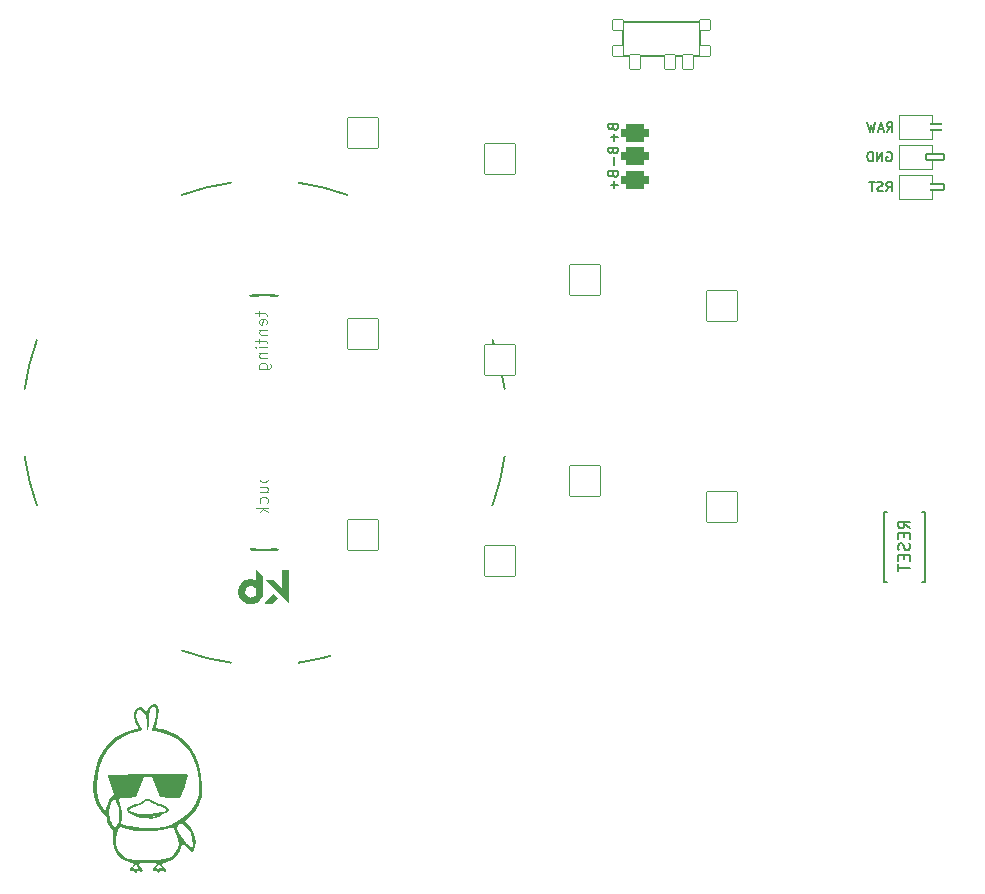
<source format=gbo>
%TF.GenerationSoftware,KiCad,Pcbnew,(6.0.4-0)*%
%TF.CreationDate,2022-05-24T13:00:26+02:00*%
%TF.ProjectId,battoota,62617474-6f6f-4746-912e-6b696361645f,v1.0.0*%
%TF.SameCoordinates,Original*%
%TF.FileFunction,Legend,Bot*%
%TF.FilePolarity,Positive*%
%FSLAX46Y46*%
G04 Gerber Fmt 4.6, Leading zero omitted, Abs format (unit mm)*
G04 Created by KiCad (PCBNEW (6.0.4-0)) date 2022-05-24 13:00:26*
%MOMM*%
%LPD*%
G01*
G04 APERTURE LIST*
G04 Aperture macros list*
%AMRoundRect*
0 Rectangle with rounded corners*
0 $1 Rounding radius*
0 $2 $3 $4 $5 $6 $7 $8 $9 X,Y pos of 4 corners*
0 Add a 4 corners polygon primitive as box body*
4,1,4,$2,$3,$4,$5,$6,$7,$8,$9,$2,$3,0*
0 Add four circle primitives for the rounded corners*
1,1,$1+$1,$2,$3*
1,1,$1+$1,$4,$5*
1,1,$1+$1,$6,$7*
1,1,$1+$1,$8,$9*
0 Add four rect primitives between the rounded corners*
20,1,$1+$1,$2,$3,$4,$5,0*
20,1,$1+$1,$4,$5,$6,$7,0*
20,1,$1+$1,$6,$7,$8,$9,0*
20,1,$1+$1,$8,$9,$2,$3,0*%
%AMFreePoly0*
4,1,16,0.685355,0.785355,0.700000,0.750000,0.691603,0.722265,0.210093,0.000000,0.691603,-0.722265,0.699029,-0.759806,0.677735,-0.791603,0.650000,-0.800000,-0.500000,-0.800000,-0.535355,-0.785355,-0.550000,-0.750000,-0.550000,0.750000,-0.535355,0.785355,-0.500000,0.800000,0.650000,0.800000,0.685355,0.785355,0.685355,0.785355,$1*%
%AMFreePoly1*
4,1,16,0.535355,0.785355,0.550000,0.750000,0.550000,-0.750000,0.535355,-0.785355,0.500000,-0.800000,-0.500000,-0.800000,-0.535355,-0.785355,-0.541603,-0.777735,-1.041603,-0.027735,-1.049029,0.009806,-1.041603,0.027735,-0.541603,0.777735,-0.509806,0.799029,-0.500000,0.800000,0.500000,0.800000,0.535355,0.785355,0.535355,0.785355,$1*%
G04 Aperture macros list end*
%ADD10C,0.150000*%
%ADD11C,0.100000*%
%ADD12C,0.120000*%
%ADD13C,0.200000*%
%ADD14C,0.010000*%
%ADD15RoundRect,0.375000X-0.750000X0.375000X-0.750000X-0.375000X0.750000X-0.375000X0.750000X0.375000X0*%
%ADD16C,1.752600*%
%ADD17RoundRect,0.425000X-0.750000X0.375000X-0.750000X-0.375000X0.750000X-0.375000X0.750000X0.375000X0*%
%ADD18RoundRect,0.050000X-0.450000X-0.450000X0.450000X-0.450000X0.450000X0.450000X-0.450000X0.450000X0*%
%ADD19C,1.100000*%
%ADD20RoundRect,0.050000X-0.450000X-0.625000X0.450000X-0.625000X0.450000X0.625000X-0.450000X0.625000X0*%
%ADD21C,2.100000*%
%ADD22C,3.100000*%
%ADD23C,1.801800*%
%ADD24C,3.529000*%
%ADD25RoundRect,0.050000X-1.054507X-1.505993X1.505993X-1.054507X1.054507X1.505993X-1.505993X1.054507X0*%
%ADD26C,2.132000*%
%ADD27RoundRect,0.050000X-1.181751X-1.408356X1.408356X-1.181751X1.181751X1.408356X-1.408356X1.181751X0*%
%ADD28RoundRect,0.050000X-1.300000X-1.300000X1.300000X-1.300000X1.300000X1.300000X-1.300000X1.300000X0*%
%ADD29RoundRect,0.050000X-1.716367X-0.658851X0.658851X-1.716367X1.716367X0.658851X-0.658851X1.716367X0*%
%ADD30RoundRect,0.050000X-0.863113X-1.623279X1.623279X-0.863113X0.863113X1.623279X-1.623279X0.863113X0*%
%ADD31RoundRect,0.050000X-1.487360X-1.080630X1.080630X-1.487360X1.487360X1.080630X-1.080630X1.487360X0*%
%ADD32C,1.852600*%
%ADD33FreePoly0,180.000000*%
%ADD34RoundRect,0.050000X-0.762000X0.250000X-0.762000X-0.250000X0.762000X-0.250000X0.762000X0.250000X0*%
%ADD35FreePoly1,180.000000*%
%ADD36C,4.500000*%
G04 APERTURE END LIST*
D10*
%TO.C,PAD1*%
X133280033Y109143765D02*
X133318128Y109029479D01*
X133356223Y108991384D01*
X133432414Y108953289D01*
X133546699Y108953289D01*
X133622890Y108991384D01*
X133660985Y109029479D01*
X133699080Y109105670D01*
X133699080Y109410431D01*
X132899080Y109410431D01*
X132899080Y109143765D01*
X132937176Y109067574D01*
X132975271Y109029479D01*
X133051461Y108991384D01*
X133127652Y108991384D01*
X133203842Y109029479D01*
X133241937Y109067574D01*
X133280033Y109143765D01*
X133280033Y109410431D01*
X133394318Y108610431D02*
X133394318Y108000908D01*
X133699080Y108305670D02*
X133089556Y108305670D01*
X133280033Y113143765D02*
X133318128Y113029479D01*
X133356223Y112991384D01*
X133432414Y112953289D01*
X133546699Y112953289D01*
X133622890Y112991384D01*
X133660985Y113029479D01*
X133699080Y113105670D01*
X133699080Y113410431D01*
X132899080Y113410431D01*
X132899080Y113143765D01*
X132937176Y113067574D01*
X132975271Y113029479D01*
X133051461Y112991384D01*
X133127652Y112991384D01*
X133203842Y113029479D01*
X133241937Y113067574D01*
X133280033Y113143765D01*
X133280033Y113410431D01*
X133394318Y112610431D02*
X133394318Y112000908D01*
X133699080Y112305670D02*
X133089556Y112305670D01*
X133280033Y111143765D02*
X133318128Y111029479D01*
X133356223Y110991384D01*
X133432414Y110953289D01*
X133546699Y110953289D01*
X133622890Y110991384D01*
X133660985Y111029479D01*
X133699080Y111105670D01*
X133699080Y111410431D01*
X132899080Y111410431D01*
X132899080Y111143765D01*
X132937176Y111067574D01*
X132975271Y111029479D01*
X133051461Y110991384D01*
X133127652Y110991384D01*
X133203842Y111029479D01*
X133241937Y111067574D01*
X133280033Y111143765D01*
X133280033Y111410431D01*
X133394318Y110610431D02*
X133394318Y110000908D01*
%TO.C,B1*%
X158422171Y79202634D02*
X157945981Y79535968D01*
X158422171Y79774063D02*
X157422171Y79774063D01*
X157422171Y79393111D01*
X157469791Y79297873D01*
X157517410Y79250254D01*
X157612648Y79202634D01*
X157755505Y79202634D01*
X157850743Y79250254D01*
X157898362Y79297873D01*
X157945981Y79393111D01*
X157945981Y79774063D01*
X157898362Y78774063D02*
X157898362Y78440730D01*
X158422171Y78297873D02*
X158422171Y78774063D01*
X157422171Y78774063D01*
X157422171Y78297873D01*
X158374552Y77916920D02*
X158422171Y77774063D01*
X158422171Y77535968D01*
X158374552Y77440730D01*
X158326933Y77393111D01*
X158231695Y77345492D01*
X158136457Y77345492D01*
X158041219Y77393111D01*
X157993600Y77440730D01*
X157945981Y77535968D01*
X157898362Y77726444D01*
X157850743Y77821682D01*
X157803124Y77869301D01*
X157707886Y77916920D01*
X157612648Y77916920D01*
X157517410Y77869301D01*
X157469791Y77821682D01*
X157422171Y77726444D01*
X157422171Y77488349D01*
X157469791Y77345492D01*
X157898362Y76916920D02*
X157898362Y76583587D01*
X158422171Y76440730D02*
X158422171Y76916920D01*
X157422171Y76916920D01*
X157422171Y76440730D01*
X157422171Y76155015D02*
X157422171Y75583587D01*
X158422171Y75869301D02*
X157422171Y75869301D01*
%TO.C,MCU1*%
X156461797Y112786976D02*
X156728464Y113167928D01*
X156918940Y112786976D02*
X156918940Y113586976D01*
X156614178Y113586976D01*
X156537988Y113548881D01*
X156499893Y113510785D01*
X156461797Y113434595D01*
X156461797Y113320309D01*
X156499893Y113244119D01*
X156537988Y113206023D01*
X156614178Y113167928D01*
X156918940Y113167928D01*
X156157036Y113015547D02*
X155776083Y113015547D01*
X156233226Y112786976D02*
X155966559Y113586976D01*
X155699893Y112786976D01*
X155509417Y113586976D02*
X155318940Y112786976D01*
X155166559Y113358404D01*
X155014178Y112786976D01*
X154823702Y113586976D01*
X156424534Y107749408D02*
X156691200Y108130360D01*
X156881677Y107749408D02*
X156881677Y108549408D01*
X156576915Y108549408D01*
X156500724Y108511313D01*
X156462629Y108473217D01*
X156424534Y108397027D01*
X156424534Y108282741D01*
X156462629Y108206551D01*
X156500724Y108168455D01*
X156576915Y108130360D01*
X156881677Y108130360D01*
X156119772Y107787503D02*
X156005486Y107749408D01*
X155815010Y107749408D01*
X155738819Y107787503D01*
X155700724Y107825598D01*
X155662629Y107901789D01*
X155662629Y107977979D01*
X155700724Y108054170D01*
X155738819Y108092265D01*
X155815010Y108130360D01*
X155967391Y108168455D01*
X156043581Y108206551D01*
X156081677Y108244646D01*
X156119772Y108320836D01*
X156119772Y108397027D01*
X156081677Y108473217D01*
X156043581Y108511313D01*
X155967391Y108549408D01*
X155776915Y108549408D01*
X155662629Y108511313D01*
X155434058Y108549408D02*
X154976915Y108549408D01*
X155205486Y107749408D02*
X155205486Y108549408D01*
X156481677Y111051313D02*
X156557868Y111089408D01*
X156672154Y111089408D01*
X156786439Y111051313D01*
X156862630Y110975122D01*
X156900725Y110898932D01*
X156938820Y110746551D01*
X156938820Y110632265D01*
X156900725Y110479884D01*
X156862630Y110403693D01*
X156786439Y110327503D01*
X156672154Y110289408D01*
X156595963Y110289408D01*
X156481677Y110327503D01*
X156443582Y110365598D01*
X156443582Y110632265D01*
X156595963Y110632265D01*
X156100725Y110289408D02*
X156100725Y111089408D01*
X155643582Y110289408D01*
X155643582Y111089408D01*
X155262630Y110289408D02*
X155262630Y111089408D01*
X155072154Y111089408D01*
X154957868Y111051313D01*
X154881677Y110975122D01*
X154843582Y110898932D01*
X154805487Y110746551D01*
X154805487Y110632265D01*
X154843582Y110479884D01*
X154881677Y110403693D01*
X154957868Y110327503D01*
X155072154Y110289408D01*
X155262630Y110289408D01*
D11*
%TO.C,REF\u002A\u002A*%
X103328934Y97562927D02*
X103328934Y97181974D01*
X102995600Y97420069D02*
X103852743Y97420069D01*
X103947981Y97372450D01*
X103995600Y97277212D01*
X103995600Y97181974D01*
X103947981Y96467688D02*
X103995600Y96562927D01*
X103995600Y96753403D01*
X103947981Y96848641D01*
X103852743Y96896260D01*
X103471791Y96896260D01*
X103376553Y96848641D01*
X103328934Y96753403D01*
X103328934Y96562927D01*
X103376553Y96467688D01*
X103471791Y96420069D01*
X103567029Y96420069D01*
X103662267Y96896260D01*
X103328934Y95991498D02*
X103995600Y95991498D01*
X103424172Y95991498D02*
X103376553Y95943879D01*
X103328934Y95848641D01*
X103328934Y95705784D01*
X103376553Y95610546D01*
X103471791Y95562927D01*
X103995600Y95562927D01*
X103328934Y95229593D02*
X103328934Y94848641D01*
X102995600Y95086736D02*
X103852743Y95086736D01*
X103947981Y95039117D01*
X103995600Y94943879D01*
X103995600Y94848641D01*
X103995600Y94515307D02*
X103328934Y94515307D01*
X102995600Y94515307D02*
X103043220Y94562927D01*
X103090839Y94515307D01*
X103043220Y94467688D01*
X102995600Y94515307D01*
X103090839Y94515307D01*
X103328934Y94039117D02*
X103995600Y94039117D01*
X103424172Y94039117D02*
X103376553Y93991498D01*
X103328934Y93896260D01*
X103328934Y93753403D01*
X103376553Y93658165D01*
X103471791Y93610546D01*
X103995600Y93610546D01*
X103328934Y92705784D02*
X104138458Y92705784D01*
X104233696Y92753403D01*
X104281315Y92801022D01*
X104328934Y92896260D01*
X104328934Y93039117D01*
X104281315Y93134355D01*
X103947981Y92705784D02*
X103995600Y92801022D01*
X103995600Y92991498D01*
X103947981Y93086736D01*
X103900362Y93134355D01*
X103805124Y93181974D01*
X103519410Y93181974D01*
X103424172Y93134355D01*
X103376553Y93086736D01*
X103328934Y92991498D01*
X103328934Y92801022D01*
X103376553Y92705784D01*
X103392434Y83608927D02*
X104392434Y83608927D01*
X103440053Y83608927D02*
X103392434Y83513688D01*
X103392434Y83323212D01*
X103440053Y83227974D01*
X103487672Y83180355D01*
X103582910Y83132736D01*
X103868624Y83132736D01*
X103963862Y83180355D01*
X104011481Y83227974D01*
X104059100Y83323212D01*
X104059100Y83513688D01*
X104011481Y83608927D01*
X103392434Y82275593D02*
X104059100Y82275593D01*
X103392434Y82704165D02*
X103916243Y82704165D01*
X104011481Y82656546D01*
X104059100Y82561307D01*
X104059100Y82418450D01*
X104011481Y82323212D01*
X103963862Y82275593D01*
X104011481Y81370831D02*
X104059100Y81466069D01*
X104059100Y81656546D01*
X104011481Y81751784D01*
X103963862Y81799403D01*
X103868624Y81847022D01*
X103582910Y81847022D01*
X103487672Y81799403D01*
X103440053Y81751784D01*
X103392434Y81656546D01*
X103392434Y81466069D01*
X103440053Y81370831D01*
X104059100Y80942260D02*
X103059100Y80942260D01*
X103678148Y80847022D02*
X104059100Y80561307D01*
X103392434Y80561307D02*
X103773386Y80942260D01*
D10*
%TO.C,T2*%
X139345791Y122069254D02*
X135445791Y122069254D01*
X140695791Y119219254D02*
X140695791Y122069254D01*
X134095791Y122069254D02*
X134095791Y119219254D01*
X134095791Y119219254D02*
X140695791Y119219254D01*
X137395791Y122069254D02*
X134095791Y122069254D01*
X137395791Y122069254D02*
X140695791Y122069254D01*
%TO.C,B1*%
X159719791Y74623254D02*
X159469791Y74623254D01*
X159719791Y80623254D02*
X159719791Y74623254D01*
X156219791Y80623254D02*
X156469791Y80623254D01*
X156469791Y74623254D02*
X156219791Y74623254D01*
X156219791Y74623254D02*
X156219791Y80623254D01*
X159469791Y80623254D02*
X159719791Y80623254D01*
D12*
%TO.C,MCU1*%
X160318690Y110963254D02*
X160318690Y111643254D01*
X160318690Y107103254D02*
X160318690Y107763254D01*
X160318690Y114183254D02*
X157518690Y114183254D01*
X157518690Y114183254D02*
X157518690Y112183254D01*
X160318690Y108438254D02*
X160318690Y109103254D01*
X157518690Y107103254D02*
X160318690Y107103254D01*
X160318690Y112183254D02*
X160318690Y112863254D01*
X157518690Y109103254D02*
X157518690Y107103254D01*
X160318690Y111643254D02*
X157518690Y111643254D01*
X160318690Y109103254D02*
X157518690Y109103254D01*
X160318690Y113513254D02*
X160318690Y114183254D01*
X160318690Y109643254D02*
X160318690Y110313254D01*
X157518690Y111643254D02*
X157518690Y109643254D01*
X157518690Y109643254D02*
X160318690Y109643254D01*
X157518690Y112183254D02*
X160318690Y112183254D01*
D13*
%TO.C,REF\u002A\u002A*%
X103797220Y77346426D02*
G75*
G03*
X104925605Y77405563I0J10794901D01*
G01*
X103715684Y98963368D02*
G75*
G03*
X102587299Y98904232I-6J-10794921D01*
G01*
X84511085Y95149471D02*
G75*
G03*
X83477220Y90998927I19286255J-7008074D01*
G01*
X104925605Y98877290D02*
G75*
G03*
X103797220Y98936427I-1128385J-10735763D01*
G01*
X102668835Y77405563D02*
G75*
G03*
X103797220Y77346427I1128379J10735785D01*
G01*
X110805269Y107427560D02*
G75*
G03*
X106654720Y108461427I-7008049J-19286133D01*
G01*
X123083354Y81133379D02*
G75*
G03*
X124117220Y85283927I-19286134J7008048D01*
G01*
X104844069Y98904232D02*
G75*
G03*
X103715684Y98963368I-1128379J-10735785D01*
G01*
X96789175Y68855292D02*
G75*
G03*
X100939720Y67821427I7008045J19286135D01*
G01*
X106654720Y67821427D02*
G75*
G03*
X110805265Y68855292I-2857506J20320019D01*
G01*
X83477219Y85283927D02*
G75*
G03*
X84511085Y81133381I20320001J2857500D01*
G01*
X100939720Y108461428D02*
G75*
G03*
X96789174Y107427562I2857500J-20320001D01*
G01*
X103715684Y77373368D02*
G75*
G03*
X104844069Y77432504I6J10794921D01*
G01*
X102587299Y77432504D02*
G75*
G03*
X103715684Y77373368I1128379J10735785D01*
G01*
X124117220Y90998927D02*
G75*
G03*
X123083354Y95149475I-20320000J-2857500D01*
G01*
X103797220Y98936427D02*
G75*
G03*
X102668835Y98877291I-6J-10794921D01*
G01*
G36*
X105796636Y72942012D02*
G01*
X105705792Y73034288D01*
X105692011Y73048284D01*
X105660150Y73080637D01*
X105614203Y73127291D01*
X105555387Y73187009D01*
X105484920Y73258554D01*
X105404021Y73340691D01*
X105313906Y73432184D01*
X105215794Y73531795D01*
X105110902Y73638288D01*
X105000448Y73750428D01*
X104885649Y73866977D01*
X104767724Y73986700D01*
X103920500Y74846837D01*
X104208868Y74849930D01*
X104497236Y74853024D01*
X105300182Y74050324D01*
X105300182Y75683882D01*
X105796636Y75683882D01*
X105796636Y72942012D01*
G37*
D14*
X105796636Y72942012D02*
X105705792Y73034288D01*
X105692011Y73048284D01*
X105660150Y73080637D01*
X105614203Y73127291D01*
X105555387Y73187009D01*
X105484920Y73258554D01*
X105404021Y73340691D01*
X105313906Y73432184D01*
X105215794Y73531795D01*
X105110902Y73638288D01*
X105000448Y73750428D01*
X104885649Y73866977D01*
X104767724Y73986700D01*
X103920500Y74846837D01*
X104208868Y74849930D01*
X104497236Y74853024D01*
X105300182Y74050324D01*
X105300182Y75683882D01*
X105796636Y75683882D01*
X105796636Y72942012D01*
G36*
X103593401Y73738004D02*
G01*
X103590788Y73709609D01*
X103581919Y73663159D01*
X103544366Y73535999D01*
X103489200Y73410136D01*
X103419508Y73291954D01*
X103338377Y73187834D01*
X103329983Y73178668D01*
X103221671Y73078342D01*
X103099251Y72994345D01*
X102966078Y72928366D01*
X102825510Y72882091D01*
X102680902Y72857210D01*
X102580656Y72852727D01*
X102432235Y72864126D01*
X102288816Y72896379D01*
X102152580Y72948402D01*
X102025705Y73019116D01*
X101910372Y73107438D01*
X101808759Y73212287D01*
X101723047Y73332580D01*
X101665792Y73439499D01*
X101612647Y73578735D01*
X101581291Y73723299D01*
X101574787Y73819663D01*
X102070026Y73819663D01*
X102070308Y73814373D01*
X102074626Y73759070D01*
X102081983Y73716778D01*
X102094628Y73678170D01*
X102114809Y73633924D01*
X102136297Y73595597D01*
X102177782Y73536803D01*
X102225839Y73481347D01*
X102275162Y73435153D01*
X102320448Y73404149D01*
X102336615Y73396373D01*
X102377520Y73379013D01*
X102420517Y73362927D01*
X102493344Y73343639D01*
X102597045Y73335118D01*
X102698586Y73347912D01*
X102795372Y73381044D01*
X102884804Y73433537D01*
X102964285Y73504414D01*
X103031219Y73592697D01*
X103059873Y73646842D01*
X103090305Y73740861D01*
X103100877Y73838410D01*
X103092571Y73936358D01*
X103066369Y74031571D01*
X103023256Y74120918D01*
X102964213Y74201264D01*
X102890223Y74269478D01*
X102802271Y74322427D01*
X102788268Y74328713D01*
X102689922Y74359338D01*
X102588570Y74369520D01*
X102487666Y74360200D01*
X102390667Y74332322D01*
X102301031Y74286826D01*
X102222214Y74224656D01*
X102157672Y74146752D01*
X102139902Y74118223D01*
X102096250Y74024800D01*
X102073394Y73926908D01*
X102070026Y73819663D01*
X101574787Y73819663D01*
X101571000Y73875777D01*
X101574561Y73965447D01*
X101597242Y74115726D01*
X101639994Y74257695D01*
X101701804Y74389680D01*
X101781662Y74510005D01*
X101878556Y74616994D01*
X101991476Y74708974D01*
X102119409Y74784267D01*
X102189260Y74816906D01*
X102264398Y74846123D01*
X102336050Y74865615D01*
X102412533Y74877552D01*
X102502168Y74884104D01*
X102519980Y74884772D01*
X102659181Y74878334D01*
X102789564Y74850658D01*
X102911780Y74801554D01*
X103026477Y74730832D01*
X103050611Y74713630D01*
X103075457Y74697287D01*
X103087888Y74690973D01*
X103088796Y74695003D01*
X103090245Y74718810D01*
X103091572Y74761933D01*
X103092741Y74822008D01*
X103093717Y74896670D01*
X103094467Y74983556D01*
X103094956Y75080301D01*
X103095148Y75184541D01*
X103095296Y75678109D01*
X103603000Y75168083D01*
X103602913Y74476369D01*
X103602910Y74464633D01*
X103602649Y74314159D01*
X103601985Y74176887D01*
X103600941Y74054231D01*
X103599538Y73947602D01*
X103597799Y73858413D01*
X103597215Y73838410D01*
X103595746Y73788076D01*
X103593401Y73738004D01*
G37*
X103593401Y73738004D02*
X103590788Y73709609D01*
X103581919Y73663159D01*
X103544366Y73535999D01*
X103489200Y73410136D01*
X103419508Y73291954D01*
X103338377Y73187834D01*
X103329983Y73178668D01*
X103221671Y73078342D01*
X103099251Y72994345D01*
X102966078Y72928366D01*
X102825510Y72882091D01*
X102680902Y72857210D01*
X102580656Y72852727D01*
X102432235Y72864126D01*
X102288816Y72896379D01*
X102152580Y72948402D01*
X102025705Y73019116D01*
X101910372Y73107438D01*
X101808759Y73212287D01*
X101723047Y73332580D01*
X101665792Y73439499D01*
X101612647Y73578735D01*
X101581291Y73723299D01*
X101574787Y73819663D01*
X102070026Y73819663D01*
X102070308Y73814373D01*
X102074626Y73759070D01*
X102081983Y73716778D01*
X102094628Y73678170D01*
X102114809Y73633924D01*
X102136297Y73595597D01*
X102177782Y73536803D01*
X102225839Y73481347D01*
X102275162Y73435153D01*
X102320448Y73404149D01*
X102336615Y73396373D01*
X102377520Y73379013D01*
X102420517Y73362927D01*
X102493344Y73343639D01*
X102597045Y73335118D01*
X102698586Y73347912D01*
X102795372Y73381044D01*
X102884804Y73433537D01*
X102964285Y73504414D01*
X103031219Y73592697D01*
X103059873Y73646842D01*
X103090305Y73740861D01*
X103100877Y73838410D01*
X103092571Y73936358D01*
X103066369Y74031571D01*
X103023256Y74120918D01*
X102964213Y74201264D01*
X102890223Y74269478D01*
X102802271Y74322427D01*
X102788268Y74328713D01*
X102689922Y74359338D01*
X102588570Y74369520D01*
X102487666Y74360200D01*
X102390667Y74332322D01*
X102301031Y74286826D01*
X102222214Y74224656D01*
X102157672Y74146752D01*
X102139902Y74118223D01*
X102096250Y74024800D01*
X102073394Y73926908D01*
X102070026Y73819663D01*
X101574787Y73819663D01*
X101571000Y73875777D01*
X101574561Y73965447D01*
X101597242Y74115726D01*
X101639994Y74257695D01*
X101701804Y74389680D01*
X101781662Y74510005D01*
X101878556Y74616994D01*
X101991476Y74708974D01*
X102119409Y74784267D01*
X102189260Y74816906D01*
X102264398Y74846123D01*
X102336050Y74865615D01*
X102412533Y74877552D01*
X102502168Y74884104D01*
X102519980Y74884772D01*
X102659181Y74878334D01*
X102789564Y74850658D01*
X102911780Y74801554D01*
X103026477Y74730832D01*
X103050611Y74713630D01*
X103075457Y74697287D01*
X103087888Y74690973D01*
X103088796Y74695003D01*
X103090245Y74718810D01*
X103091572Y74761933D01*
X103092741Y74822008D01*
X103093717Y74896670D01*
X103094467Y74983556D01*
X103094956Y75080301D01*
X103095148Y75184541D01*
X103095296Y75678109D01*
X103603000Y75168083D01*
X103602913Y74476369D01*
X103602910Y74464633D01*
X103602649Y74314159D01*
X103601985Y74176887D01*
X103600941Y74054231D01*
X103599538Y73947602D01*
X103597799Y73858413D01*
X103597215Y73838410D01*
X103595746Y73788076D01*
X103593401Y73738004D01*
G36*
X104502868Y73651699D02*
G01*
X104515097Y73641651D01*
X104540579Y73618031D01*
X104576726Y73583318D01*
X104620950Y73539993D01*
X104670663Y73490538D01*
X104831698Y73329194D01*
X104797816Y73291379D01*
X104794639Y73287887D01*
X104772771Y73264678D01*
X104738425Y73228932D01*
X104694609Y73183752D01*
X104644326Y73132239D01*
X104590584Y73077496D01*
X104417234Y72901427D01*
X103797220Y72901427D01*
X103825521Y72935062D01*
X103827814Y72937753D01*
X103848482Y72960982D01*
X103881240Y72996822D01*
X103924100Y73043167D01*
X103975072Y73097910D01*
X104032168Y73158945D01*
X104093398Y73224164D01*
X104156773Y73291462D01*
X104220306Y73358732D01*
X104282005Y73423867D01*
X104339884Y73484761D01*
X104391951Y73539307D01*
X104436220Y73585399D01*
X104470699Y73620930D01*
X104493402Y73643793D01*
X104502337Y73651882D01*
X104502868Y73651699D01*
G37*
X104502868Y73651699D02*
X104515097Y73641651D01*
X104540579Y73618031D01*
X104576726Y73583318D01*
X104620950Y73539993D01*
X104670663Y73490538D01*
X104831698Y73329194D01*
X104797816Y73291379D01*
X104794639Y73287887D01*
X104772771Y73264678D01*
X104738425Y73228932D01*
X104694609Y73183752D01*
X104644326Y73132239D01*
X104590584Y73077496D01*
X104417234Y72901427D01*
X103797220Y72901427D01*
X103825521Y72935062D01*
X103827814Y72937753D01*
X103848482Y72960982D01*
X103881240Y72996822D01*
X103924100Y73043167D01*
X103975072Y73097910D01*
X104032168Y73158945D01*
X104093398Y73224164D01*
X104156773Y73291462D01*
X104220306Y73358732D01*
X104282005Y73423867D01*
X104339884Y73484761D01*
X104391951Y73539307D01*
X104436220Y73585399D01*
X104470699Y73620930D01*
X104493402Y73643793D01*
X104502337Y73651882D01*
X104502868Y73651699D01*
%TO.C,G\u002A\u002A\u002A*%
G36*
X94630151Y54707570D02*
G01*
X94396858Y54643258D01*
X94146747Y54624050D01*
X93810667Y54635225D01*
X93526219Y54656367D01*
X93256312Y54699910D01*
X93120476Y54741218D01*
X93661943Y54741218D01*
X93712212Y54724332D01*
X93895333Y54717727D01*
X94019582Y54720197D01*
X94125956Y54733481D01*
X94085833Y54754419D01*
X93951551Y54768426D01*
X93704833Y54754419D01*
X93661943Y54741218D01*
X93120476Y54741218D01*
X92994058Y54779662D01*
X92876275Y54830486D01*
X94341597Y54830486D01*
X94342908Y54801584D01*
X94452722Y54786018D01*
X94535945Y54799576D01*
X94503875Y54837170D01*
X94454914Y54850698D01*
X94341597Y54830486D01*
X92876275Y54830486D01*
X92687996Y54911729D01*
X92286667Y55112217D01*
X92208282Y55183879D01*
X92132425Y55360900D01*
X92132991Y55368759D01*
X92339283Y55368759D01*
X92397983Y55253540D01*
X92625333Y55143946D01*
X92847118Y55090411D01*
X93223604Y55048327D01*
X93664575Y55034937D01*
X94131166Y55047895D01*
X94584513Y55084850D01*
X94985752Y55143456D01*
X95296017Y55221363D01*
X95476445Y55316223D01*
X95492870Y55337106D01*
X95467648Y55440963D01*
X95285368Y55554542D01*
X94955354Y55671486D01*
X94780003Y55729272D01*
X94492971Y55850367D01*
X94290142Y55968931D01*
X94063133Y56096450D01*
X93778078Y56113650D01*
X93516467Y55966671D01*
X93392165Y55880634D01*
X93135190Y55755590D01*
X92833677Y55645696D01*
X92725675Y55610865D01*
X92448694Y55488302D01*
X92339283Y55368759D01*
X92132991Y55368759D01*
X92140521Y55473243D01*
X92240681Y55587134D01*
X92471092Y55710227D01*
X92577253Y55755334D01*
X92833403Y55842614D01*
X93021004Y55878141D01*
X93048079Y55880318D01*
X93244595Y55951562D01*
X93456560Y56091667D01*
X93505819Y56131487D01*
X93779808Y56277658D01*
X94047205Y56267960D01*
X94345483Y56102867D01*
X94364727Y56089006D01*
X94645319Y55941058D01*
X94941455Y55852737D01*
X95061155Y55830092D01*
X95379092Y55717187D01*
X95594233Y55556210D01*
X95673333Y55369127D01*
X95669109Y55337106D01*
X95668339Y55331266D01*
X95588156Y55214183D01*
X95392697Y55076498D01*
X95059500Y54901081D01*
X94915777Y54831706D01*
X94841849Y54799576D01*
X94689770Y54733481D01*
X94630151Y54707570D01*
G37*
G36*
X97799442Y51985333D02*
G01*
X97620028Y51773667D01*
X97429847Y51994905D01*
X97238073Y52186204D01*
X97023991Y52353234D01*
X96808316Y52490324D01*
X96707046Y52111686D01*
X96629659Y51887333D01*
X96366231Y51462822D01*
X95994214Y51144981D01*
X95540861Y50960708D01*
X95290623Y50892245D01*
X95117737Y50798440D01*
X95105769Y50691711D01*
X95250000Y50565649D01*
X95352742Y50466672D01*
X95378027Y50400075D01*
X95419333Y50291283D01*
X95407101Y50168285D01*
X95337061Y50132079D01*
X95168231Y50205783D01*
X95044914Y50243962D01*
X94964787Y50163450D01*
X94913787Y50081950D01*
X94793044Y50046823D01*
X94691542Y50155644D01*
X94639140Y50215602D01*
X94482532Y50230436D01*
X94399061Y50222079D01*
X94322767Y50286006D01*
X94347863Y50399653D01*
X94516775Y50399653D01*
X94588529Y50406426D01*
X94675489Y50412391D01*
X94770055Y50308474D01*
X94782357Y50267625D01*
X94819397Y50234979D01*
X94870367Y50357285D01*
X94882796Y50393841D01*
X94950581Y50494172D01*
X95050721Y50451053D01*
X95122415Y50405425D01*
X95216964Y50400075D01*
X95205574Y50453346D01*
X95087918Y50542119D01*
X94978257Y50630734D01*
X94904649Y50781812D01*
X94890157Y50872713D01*
X94852119Y50800000D01*
X94777115Y50677619D01*
X94625970Y50516952D01*
X94578370Y50474588D01*
X94516775Y50399653D01*
X94347863Y50399653D01*
X94352613Y50421165D01*
X94488000Y50588333D01*
X94600721Y50708613D01*
X94657333Y50813122D01*
X94638058Y50829097D01*
X94491057Y50857605D01*
X94230892Y50877310D01*
X93895333Y50884667D01*
X93500743Y50875436D01*
X93243987Y50841712D01*
X93133063Y50776462D01*
X93156460Y50672668D01*
X93302667Y50523312D01*
X93412249Y50398914D01*
X93435969Y50339995D01*
X93472000Y50250496D01*
X93416192Y50147763D01*
X93289393Y50129312D01*
X93172536Y50212400D01*
X93114992Y50241809D01*
X93003905Y50148900D01*
X92993052Y50134460D01*
X92887871Y50046615D01*
X92783433Y50101500D01*
X92715286Y50151084D01*
X92523733Y50207333D01*
X92469490Y50213637D01*
X92380726Y50295190D01*
X92401931Y50411615D01*
X92582325Y50411615D01*
X92641196Y50409547D01*
X92727380Y50413538D01*
X92813434Y50308474D01*
X92825393Y50257281D01*
X92862678Y50220838D01*
X92937544Y50330334D01*
X92972231Y50386915D01*
X93058980Y50448307D01*
X93188640Y50375229D01*
X93250894Y50330200D01*
X93265299Y50339995D01*
X93165277Y50463896D01*
X93025462Y50647764D01*
X92939127Y50800000D01*
X92938865Y50800718D01*
X92900071Y50877530D01*
X92886018Y50789160D01*
X92832576Y50660603D01*
X92688833Y50509234D01*
X92669500Y50494616D01*
X92582325Y50411615D01*
X92401931Y50411615D01*
X92405276Y50429982D01*
X92540667Y50565649D01*
X92631006Y50631564D01*
X92701167Y50756732D01*
X92606699Y50856951D01*
X92350167Y50927352D01*
X92337828Y50929377D01*
X91861255Y51091629D01*
X91460784Y51391861D01*
X91171089Y51804285D01*
X91087814Y51998086D01*
X91023345Y52239840D01*
X90993408Y52536258D01*
X90988903Y52944280D01*
X90988860Y52981843D01*
X91209666Y52981843D01*
X91243855Y52458080D01*
X91403259Y51986486D01*
X91675834Y51597674D01*
X92049535Y51322256D01*
X92087740Y51303624D01*
X92276097Y51225150D01*
X92480546Y51170693D01*
X92739395Y51134516D01*
X93090955Y51110884D01*
X93573535Y51094059D01*
X94144697Y51085675D01*
X94763194Y51103676D01*
X95251581Y51160229D01*
X95630819Y51261432D01*
X95921870Y51413383D01*
X96145694Y51622178D01*
X96323254Y51893915D01*
X96424529Y52130475D01*
X96506471Y52510221D01*
X96495436Y52859890D01*
X96388576Y53125717D01*
X96373639Y53146821D01*
X96266099Y53356554D01*
X96176048Y53613628D01*
X96118673Y53792155D01*
X96046930Y53880658D01*
X95944947Y53858602D01*
X95924596Y53849158D01*
X95746335Y53789770D01*
X95464680Y53713483D01*
X95130784Y53634382D01*
X95065628Y53620603D01*
X94366584Y53533659D01*
X93602673Y53530520D01*
X92846225Y53608041D01*
X92169571Y53763080D01*
X91877909Y53846803D01*
X91618710Y53880246D01*
X91452449Y53816468D01*
X91344247Y53638916D01*
X91259226Y53331036D01*
X91209666Y52981843D01*
X90988860Y52981843D01*
X90988570Y53237704D01*
X90973264Y53515229D01*
X90937135Y53672581D01*
X90876186Y53737889D01*
X90832845Y53765392D01*
X90703348Y53921409D01*
X90570098Y54152370D01*
X90466010Y54396190D01*
X90424000Y54590787D01*
X90417492Y54631718D01*
X90326503Y54805426D01*
X90162447Y54996326D01*
X90006162Y55166417D01*
X90623034Y55166417D01*
X90677891Y54610457D01*
X90712798Y54490235D01*
X90833625Y54214049D01*
X90973471Y54018144D01*
X91171612Y53832000D01*
X91324621Y54065520D01*
X91331980Y54077211D01*
X91424587Y54337259D01*
X91472045Y54698011D01*
X91473874Y55100552D01*
X91429593Y55485965D01*
X91338723Y55795333D01*
X91324513Y55826852D01*
X91220312Y56070303D01*
X91146909Y56261000D01*
X91133108Y56298654D01*
X91086548Y56353984D01*
X91015508Y56294714D01*
X90892074Y56103603D01*
X90715494Y55709602D01*
X90623034Y55166417D01*
X90006162Y55166417D01*
X89931662Y55247498D01*
X89586687Y55808695D01*
X89368912Y56467274D01*
X89280310Y57211605D01*
X89291634Y57429453D01*
X89577333Y57429453D01*
X89591598Y56996053D01*
X89672256Y56449611D01*
X89836742Y55973902D01*
X90099358Y55516515D01*
X90311877Y55203765D01*
X90454579Y55717039D01*
X90512624Y55897483D01*
X90660243Y56225386D01*
X90822024Y56455054D01*
X91046766Y56679797D01*
X90767747Y57469373D01*
X90690937Y57692082D01*
X90594480Y57991971D01*
X90535123Y58204433D01*
X90523469Y58293691D01*
X90533327Y58296156D01*
X90669931Y58305891D01*
X90952109Y58317554D01*
X91361589Y58330639D01*
X91880102Y58344643D01*
X92489378Y58359060D01*
X93171145Y58373386D01*
X93907135Y58387118D01*
X94795177Y58401149D01*
X95579608Y58409805D01*
X96208620Y58411980D01*
X96689312Y58407606D01*
X97028786Y58396614D01*
X97234143Y58378938D01*
X97312483Y58354508D01*
X97307050Y58248229D01*
X97249196Y58017387D01*
X97148276Y57697411D01*
X97014266Y57322808D01*
X96659625Y56382404D01*
X95807568Y56406369D01*
X94955512Y56430333D01*
X94261764Y58123667D01*
X93601220Y58123667D01*
X93254393Y57277000D01*
X92907567Y56430333D01*
X92164569Y56405736D01*
X92121125Y56404380D01*
X91791435Y56396045D01*
X91586381Y56374134D01*
X91487795Y56308177D01*
X91477510Y56167705D01*
X91537359Y55922247D01*
X91649173Y55541333D01*
X91717659Y55233477D01*
X91720290Y55100552D01*
X91729460Y54637344D01*
X91676032Y54199020D01*
X92256516Y54013069D01*
X92381603Y53976360D01*
X92909152Y53870313D01*
X93513967Y53806463D01*
X94136441Y53787253D01*
X94716969Y53815128D01*
X95195943Y53892532D01*
X95246688Y53909326D01*
X96351494Y53909326D01*
X96390368Y53730301D01*
X96518490Y53441811D01*
X96708946Y53115634D01*
X96933603Y52799169D01*
X97164329Y52539817D01*
X97196620Y52510221D01*
X97369582Y52351693D01*
X97543381Y52209176D01*
X97635814Y52154667D01*
X97659990Y52167971D01*
X97696983Y52296558D01*
X97704551Y52522068D01*
X97685264Y52795410D01*
X97641694Y53067490D01*
X97576409Y53289213D01*
X97523846Y53397075D01*
X97350897Y53671777D01*
X97145022Y53932562D01*
X96977735Y54111678D01*
X96854785Y54204283D01*
X96744974Y54207257D01*
X96596613Y54140169D01*
X96584045Y54133534D01*
X96419054Y54015990D01*
X96351494Y53909326D01*
X95246688Y53909326D01*
X95885072Y54120600D01*
X96577636Y54472478D01*
X97178727Y54912535D01*
X97663451Y55422255D01*
X98006911Y55983122D01*
X98086050Y56163499D01*
X98172071Y56405438D01*
X98220933Y56648424D01*
X98242355Y56948489D01*
X98246059Y57361667D01*
X98233847Y57779333D01*
X98144551Y58506649D01*
X97955106Y59186223D01*
X97649351Y59886437D01*
X97444161Y60251778D01*
X96969924Y60864119D01*
X96392712Y61346115D01*
X95704860Y61703495D01*
X94898703Y61941985D01*
X94848022Y61952616D01*
X94556096Y62016566D01*
X94344460Y62067479D01*
X94255967Y62095145D01*
X94253630Y62102716D01*
X94279213Y62214187D01*
X94350757Y62407500D01*
X94426846Y62619207D01*
X94524172Y62978858D01*
X94595789Y63347712D01*
X94631429Y63669494D01*
X94620827Y63887926D01*
X94559249Y64018007D01*
X94397400Y64092667D01*
X94368545Y64090770D01*
X94202876Y63985839D01*
X94080976Y63726886D01*
X94005724Y63322946D01*
X93980000Y62783053D01*
X93973060Y62468386D01*
X93951015Y62210475D01*
X93920090Y62080986D01*
X93886732Y62089934D01*
X93857386Y62247336D01*
X93838501Y62563209D01*
X93811962Y62865990D01*
X93708895Y63278090D01*
X93543192Y63593086D01*
X93329296Y63776561D01*
X93236143Y63809953D01*
X93059528Y63789447D01*
X92955656Y63620138D01*
X92921667Y63298676D01*
X92969683Y62962479D01*
X93147334Y62640621D01*
X93284157Y62452524D01*
X93395912Y62237979D01*
X93371634Y62097781D01*
X93200337Y62003552D01*
X92871037Y61926916D01*
X92514894Y61842944D01*
X91790956Y61553262D01*
X91153053Y61128956D01*
X90610423Y60582637D01*
X90172300Y59926916D01*
X89847920Y59174405D01*
X89646519Y58337713D01*
X89577333Y57429453D01*
X89291634Y57429453D01*
X89322854Y58030057D01*
X89498516Y58910998D01*
X89714637Y59564422D01*
X90100594Y60336015D01*
X90591518Y60989912D01*
X91178665Y61516989D01*
X91853291Y61908122D01*
X92606652Y62154187D01*
X92820479Y62201611D01*
X93026705Y62250687D01*
X93116352Y62276777D01*
X93113828Y62297299D01*
X93049179Y62420230D01*
X92925852Y62612889D01*
X92787409Y62875491D01*
X92704290Y63251560D01*
X92747669Y63602480D01*
X92917818Y63884849D01*
X93037321Y63996981D01*
X93184764Y64076560D01*
X93334198Y64037237D01*
X93544308Y63878407D01*
X93798941Y63664147D01*
X93910637Y63896498D01*
X94042017Y64082620D01*
X94249381Y64256116D01*
X94383944Y64323239D01*
X94511315Y64328022D01*
X94651548Y64224903D01*
X94749675Y64085694D01*
X94821521Y63771329D01*
X94805796Y63344949D01*
X94701780Y62826604D01*
X94654589Y62630014D01*
X94618996Y62419930D01*
X94623079Y62320699D01*
X94692549Y62291120D01*
X94889183Y62236755D01*
X95159750Y62176064D01*
X95646798Y62044555D01*
X96358391Y61718224D01*
X96980856Y61258241D01*
X97507025Y60675014D01*
X97929730Y59978953D01*
X98241804Y59180466D01*
X98436078Y58289961D01*
X98502260Y57361667D01*
X98505384Y57317846D01*
X98505914Y57062525D01*
X98499961Y56708150D01*
X98478003Y56449785D01*
X98431675Y56240285D01*
X98352614Y56032507D01*
X98232459Y55779309D01*
X97973312Y55341863D01*
X97496756Y54796888D01*
X97038261Y54377850D01*
X97294885Y54134092D01*
X97535219Y53850123D01*
X97752833Y53458525D01*
X97897385Y53036541D01*
X97959553Y52623879D01*
X97951282Y52522068D01*
X97930013Y52260241D01*
X97799442Y51985333D01*
G37*
%TD*%
D15*
%TO.C,PAD1*%
X135137176Y108705670D03*
X135137176Y110705670D03*
X135137176Y112705670D03*
%TD*%
D16*
%TO.C,MCU1*%
X161977213Y110643254D03*
X161977213Y108103254D03*
X146737213Y108103254D03*
X146737213Y113267000D03*
X161977213Y113183254D03*
X146737213Y110643254D03*
X146737213Y105563254D03*
X146737213Y103023254D03*
X146737213Y100483254D03*
X146737213Y97943254D03*
X146737213Y95403254D03*
X146737213Y92863254D03*
X146737213Y90323254D03*
X146737213Y87783254D03*
X146737213Y85243254D03*
X161977213Y105563254D03*
X161977213Y103023254D03*
X161977213Y100483254D03*
X161977213Y97943254D03*
X161977213Y95403254D03*
X161977213Y92863254D03*
X161977213Y90323254D03*
X161977213Y87783254D03*
X161977213Y85243254D03*
%TD*%
%LPC*%
D17*
%TO.C,PAD1*%
X135137176Y108705670D03*
X135137176Y110705670D03*
X135137176Y112705670D03*
%TD*%
D18*
%TO.C,T2*%
X141095791Y121819254D03*
X133695791Y121819254D03*
X141095791Y119619254D03*
X133695791Y119619254D03*
D19*
X135895791Y120719254D03*
X138895791Y120719254D03*
D20*
X135145791Y118644254D03*
X138145791Y118644254D03*
X139645791Y118644254D03*
%TD*%
D21*
%TO.C,B1*%
X157969791Y80873254D03*
X157969791Y74373254D03*
%TD*%
D22*
%TO.C,S11*%
X75659968Y109306337D03*
X70353903Y110604673D03*
X70353903Y110604673D03*
D23*
X65970667Y103790002D03*
D22*
X65811891Y107569855D03*
D24*
X71387110Y104745067D03*
D23*
X76803553Y105700132D03*
D25*
X67128658Y110035975D03*
X78885213Y109875035D03*
%TD*%
D23*
%TO.C,S34*%
X154739291Y43001202D03*
D24*
X149714791Y45238254D03*
D23*
X144690291Y47475306D03*
D26*
X143601464Y43800464D03*
X152736919Y39733098D03*
X147315045Y39848336D03*
X147315045Y39848336D03*
%TD*%
D24*
%TO.C,S15*%
X94221643Y97114167D03*
D23*
X99700714Y97593524D03*
D22*
X98875782Y101285676D03*
X93703066Y103041525D03*
X93703066Y103041525D03*
X88913835Y100414118D03*
D23*
X88742572Y96634810D03*
D27*
X90440529Y102756090D03*
X102138320Y101571111D03*
%TD*%
D22*
%TO.C,S21*%
X115411087Y95636017D03*
D23*
X109911087Y89686017D03*
D22*
X115411087Y95636017D03*
X120411087Y93436017D03*
D23*
X120911087Y89686017D03*
D22*
X110411087Y93436017D03*
D24*
X115411087Y89686017D03*
D28*
X112136087Y95636017D03*
X123686087Y93436017D03*
%TD*%
D23*
%TO.C,S8*%
X71874705Y70306538D03*
X82707591Y72216668D03*
D24*
X77291148Y71261603D03*
D26*
X73026972Y66651093D03*
X82875050Y68387574D03*
X78315672Y65451237D03*
X78315672Y65451237D03*
%TD*%
D24*
%TO.C,S14*%
X95703291Y80178857D03*
D23*
X101182362Y80658214D03*
X90224220Y79699500D03*
D26*
X91053509Y75957538D03*
X101015456Y76829096D03*
X96217510Y74301308D03*
X96217510Y74301308D03*
%TD*%
D24*
%TO.C,S20*%
X115411087Y72686017D03*
D23*
X109911087Y72686017D03*
X120911087Y72686017D03*
D26*
X120411087Y68886017D03*
X110411087Y68886017D03*
X115411087Y66786017D03*
X115411087Y66786017D03*
%TD*%
D23*
%TO.C,S28*%
X128718280Y77278852D03*
X139718280Y77278852D03*
D24*
X134218280Y77278852D03*
D26*
X129218280Y73478852D03*
X139218280Y73478852D03*
X134218280Y71378852D03*
X134218280Y71378852D03*
%TD*%
D22*
%TO.C,S29*%
X134218280Y100228852D03*
X134218280Y100228852D03*
D23*
X139718280Y94278852D03*
D24*
X134218280Y94278852D03*
D22*
X139218280Y98028852D03*
X129218280Y98028852D03*
D23*
X128718280Y94278852D03*
D28*
X130943280Y100228852D03*
X142493280Y98028852D03*
%TD*%
D24*
%TO.C,S33*%
X149714791Y45238254D03*
D22*
X152134874Y50673849D03*
X146672326Y50697733D03*
D23*
X144690291Y47475306D03*
D22*
X152134874Y50673849D03*
X155807781Y46630366D03*
D23*
X154739291Y43001202D03*
D29*
X149143013Y52005912D03*
X158799642Y45298304D03*
%TD*%
D22*
%TO.C,S7*%
X71715929Y74086391D03*
X81564006Y75822873D03*
X76257941Y77121209D03*
D23*
X71874705Y70306538D03*
D22*
X76257941Y77121209D03*
D23*
X82707591Y72216668D03*
D24*
X77291148Y71261603D03*
D25*
X73032696Y76552511D03*
X84789251Y76391571D03*
%TD*%
D24*
%TO.C,S5*%
X52842259Y82729963D03*
D23*
X58101935Y84338007D03*
D22*
X51102647Y88419976D03*
X51102647Y88419976D03*
D23*
X47582583Y81121919D03*
D22*
X46964341Y84854247D03*
X56527389Y87777964D03*
D30*
X47970749Y87462459D03*
X59659287Y88735482D03*
%TD*%
D22*
%TO.C,S27*%
X129218280Y81028852D03*
D23*
X139718280Y77278852D03*
D24*
X134218280Y77278852D03*
D22*
X139218280Y81028852D03*
X134218280Y83228852D03*
X134218280Y83228852D03*
D23*
X128718280Y77278852D03*
D28*
X130943280Y83228852D03*
X142493280Y81028852D03*
%TD*%
D22*
%TO.C,S9*%
X68763910Y90828123D03*
D24*
X74339129Y88003335D03*
D22*
X73305922Y93862941D03*
X78611987Y92564605D03*
D23*
X68922686Y87048270D03*
D22*
X73305922Y93862941D03*
D23*
X79755572Y88958400D03*
D25*
X70080677Y93294243D03*
X81837232Y93133303D03*
%TD*%
D23*
%TO.C,S16*%
X99700714Y97593524D03*
D24*
X94221643Y97114167D03*
D23*
X88742572Y96634810D03*
D26*
X99533808Y93764406D03*
X89571861Y92892848D03*
X94735862Y91236618D03*
X94735862Y91236618D03*
%TD*%
D23*
%TO.C,S30*%
X139718280Y94278852D03*
X128718280Y94278852D03*
D24*
X134218280Y94278852D03*
D26*
X139218280Y90478852D03*
X129218280Y90478852D03*
X134218280Y88378852D03*
X134218280Y88378852D03*
%TD*%
D23*
%TO.C,S13*%
X90224220Y79699500D03*
X101182362Y80658214D03*
D24*
X95703291Y80178857D03*
D22*
X95184714Y86106215D03*
X100357430Y84350366D03*
X95184714Y86106215D03*
X90395483Y83478808D03*
D27*
X91922177Y85820780D03*
X103619968Y84635801D03*
%TD*%
D23*
%TO.C,S24*%
X109911087Y106686017D03*
X120911087Y106686017D03*
D24*
X115411087Y106686017D03*
D26*
X110411087Y102886017D03*
X120411087Y102886017D03*
X115411087Y100786017D03*
X115411087Y100786017D03*
%TD*%
D23*
%TO.C,S17*%
X87260925Y113570120D03*
D24*
X92739996Y114049477D03*
D23*
X98219067Y114528834D03*
D22*
X87432188Y117349428D03*
X97394135Y118220986D03*
X92221419Y119976835D03*
X92221419Y119976835D03*
D27*
X88958882Y119691400D03*
X100656673Y118506421D03*
%TD*%
D23*
%TO.C,S4*%
X52552902Y64864738D03*
X63072254Y68080826D03*
D24*
X57812578Y66472782D03*
D26*
X54142067Y61376965D03*
X63705114Y64300682D03*
X59537571Y60830584D03*
X59537571Y60830584D03*
%TD*%
D23*
%TO.C,S10*%
X79755572Y88958400D03*
X68922686Y87048270D03*
D24*
X74339129Y88003335D03*
D26*
X70074953Y83392825D03*
X79923031Y85129306D03*
X75363653Y82192969D03*
X75363653Y82192969D03*
%TD*%
D23*
%TO.C,S22*%
X109911087Y89686017D03*
X120911087Y89686017D03*
D24*
X115411087Y89686017D03*
D26*
X110411087Y85886017D03*
X120411087Y85886017D03*
X115411087Y83786017D03*
X115411087Y83786017D03*
%TD*%
D24*
%TO.C,S31*%
X130476118Y50937009D03*
D23*
X125043832Y51797399D03*
D22*
X131406903Y56813755D03*
X136001189Y53858668D03*
X131406903Y56813755D03*
X126124306Y55423013D03*
D23*
X135908404Y50076619D03*
D31*
X128172224Y57326077D03*
X139235868Y53346345D03*
%TD*%
D32*
%TO.C,MCU1*%
X161977213Y110643254D03*
D33*
X159643690Y110643254D03*
D32*
X161977213Y108103254D03*
D34*
X160593690Y113183254D03*
D32*
X146737213Y108103254D03*
D34*
X160593690Y110643254D03*
X160593690Y108103254D03*
D33*
X159643690Y108103254D03*
X159643690Y113183254D03*
D32*
X146737213Y113267000D03*
X161977213Y113183254D03*
X146737213Y110643254D03*
D35*
X158193690Y113183254D03*
X158193690Y110643254D03*
X158193690Y108103254D03*
D32*
X146737213Y105563254D03*
X146737213Y103023254D03*
X146737213Y100483254D03*
X146737213Y97943254D03*
X146737213Y95403254D03*
X146737213Y92863254D03*
X146737213Y90323254D03*
X146737213Y87783254D03*
X146737213Y85243254D03*
X161977213Y105563254D03*
X161977213Y103023254D03*
X161977213Y100483254D03*
X161977213Y97943254D03*
X161977213Y95403254D03*
X161977213Y92863254D03*
X161977213Y90323254D03*
X161977213Y87783254D03*
X161977213Y85243254D03*
%TD*%
D23*
%TO.C,S3*%
X52552902Y64864738D03*
D22*
X51934660Y68597066D03*
D24*
X57812578Y66472782D03*
D22*
X61497708Y71520783D03*
X56072966Y72162795D03*
X56072966Y72162795D03*
D23*
X63072254Y68080826D03*
D30*
X52941068Y71205278D03*
X64629606Y72478301D03*
%TD*%
D23*
%TO.C,S32*%
X135908404Y50076619D03*
D24*
X130476118Y50937009D03*
D23*
X125043832Y51797399D03*
D26*
X134820109Y46401621D03*
X124943225Y47965966D03*
X129553155Y45109648D03*
X129553155Y45109648D03*
%TD*%
D36*
%TO.C,REF\u002A\u002A*%
X84747220Y88141427D03*
X103797220Y69091427D03*
X103797220Y107191427D03*
%TD*%
D24*
%TO.C,S12*%
X71387110Y104745067D03*
D23*
X65970667Y103790002D03*
X76803553Y105700132D03*
D26*
X76971012Y101871038D03*
X67122934Y100134557D03*
X72411634Y98934701D03*
X72411634Y98934701D03*
%TD*%
D24*
%TO.C,S23*%
X115411087Y106686017D03*
D23*
X120911087Y106686017D03*
D22*
X115411087Y112636017D03*
X115411087Y112636017D03*
X110411087Y110436017D03*
X120411087Y110436017D03*
D23*
X109911087Y106686017D03*
D28*
X112136087Y112636017D03*
X123686087Y110436017D03*
%TD*%
D23*
%TO.C,S6*%
X47582583Y81121919D03*
X58101935Y84338007D03*
D24*
X52842259Y82729963D03*
D26*
X49171748Y77634146D03*
X58734795Y80557863D03*
X54567252Y77087765D03*
X54567252Y77087765D03*
%TD*%
D24*
%TO.C,S19*%
X115411087Y72686017D03*
D22*
X115411087Y78636017D03*
X110411087Y76436017D03*
D23*
X120911087Y72686017D03*
X109911087Y72686017D03*
D22*
X120411087Y76436017D03*
X115411087Y78636017D03*
D28*
X112136087Y78636017D03*
X123686087Y76436017D03*
%TD*%
D23*
%TO.C,S18*%
X98219067Y114528834D03*
D24*
X92739996Y114049477D03*
D23*
X87260925Y113570120D03*
D26*
X88090214Y109828158D03*
X98052161Y110699716D03*
X93254215Y108171928D03*
X93254215Y108171928D03*
%TD*%
M02*

</source>
